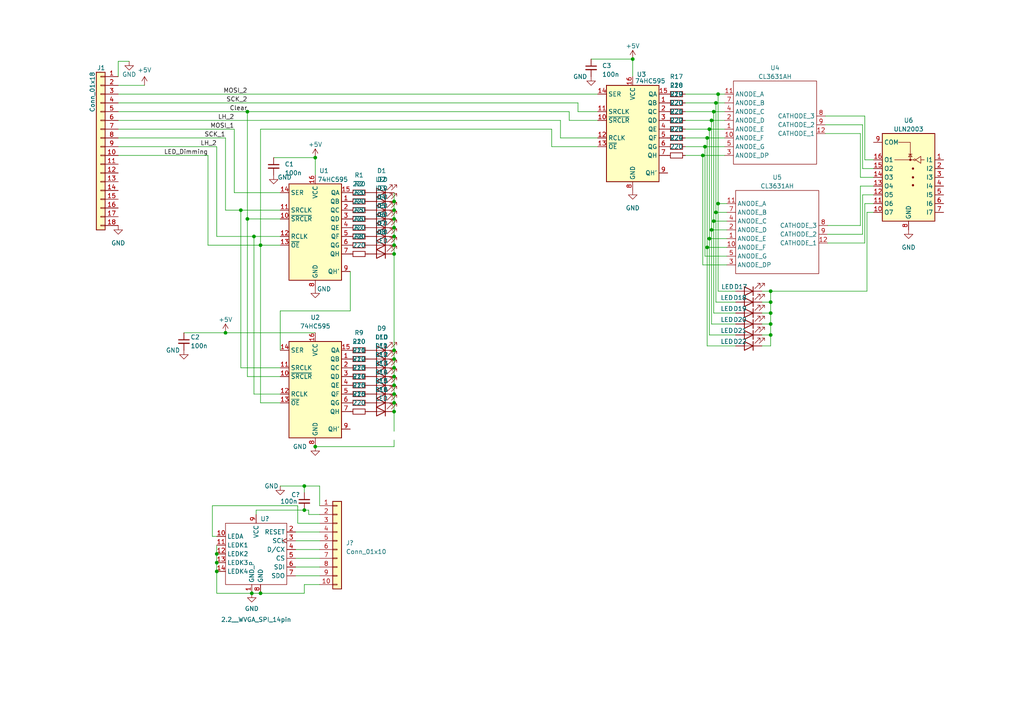
<source format=kicad_sch>
(kicad_sch (version 20210406) (generator eeschema)
  (paper "A4")
  (lib_symbols
    (symbol "74xx:74HC595"
      (property "Reference" "U" (at -7.62 13.97 0))
      (property "Value" "74HC595" (at -7.62 -16.51 0))
      (symbol "74HC595_1_0"
        (pin tri_state line (at 10.16 7.62 180) (length 2.54) (name "QB") (number "1"))
        (pin input line (at -10.16 2.54 0) (length 2.54) (name "~SRCLR") (number "10"))
        (pin input line (at -10.16 5.08 0) (length 2.54) (name "SRCLK") (number "11"))
        (pin input line (at -10.16 -2.54 0) (length 2.54) (name "RCLK") (number "12"))
        (pin input line (at -10.16 -5.08 0) (length 2.54) (name "~OE") (number "13"))
        (pin input line (at -10.16 10.16 0) (length 2.54) (name "SER") (number "14"))
        (pin tri_state line (at 10.16 10.16 180) (length 2.54) (name "QA") (number "15"))
        (pin power_in line (at 0 15.24 270) (length 2.54) (name "VCC") (number "16"))
        (pin tri_state line (at 10.16 5.08 180) (length 2.54) (name "QC") (number "2"))
        (pin tri_state line (at 10.16 2.54 180) (length 2.54) (name "QD") (number "3"))
        (pin tri_state line (at 10.16 0 180) (length 2.54) (name "QE") (number "4"))
        (pin tri_state line (at 10.16 -2.54 180) (length 2.54) (name "QF") (number "5"))
        (pin tri_state line (at 10.16 -5.08 180) (length 2.54) (name "QG") (number "6"))
        (pin tri_state line (at 10.16 -7.62 180) (length 2.54) (name "QH") (number "7"))
        (pin power_in line (at 0 -17.78 90) (length 2.54) (name "GND") (number "8"))
        (pin output line (at 10.16 -12.7 180) (length 2.54) (name "QH'") (number "9"))
      )
      (symbol "74HC595_1_1"
        (rectangle (start -7.62 12.7) (end 7.62 -15.24) (stroke (width 0.254)) (fill (type background)))
      )
    )
    (symbol "Connector_Generic:Conn_01x10" (pin_names (offset 1.016) hide)
      (property "Reference" "J" (at 0 12.7 0))
      (property "Value" "Conn_01x10" (at 0 -15.24 0))
      (symbol "Conn_01x10_1_1"
        (rectangle (start -1.27 -12.573) (end 0 -12.827) (stroke (width 0.1524)))
        (rectangle (start -1.27 -10.033) (end 0 -10.287) (stroke (width 0.1524)))
        (rectangle (start -1.27 -7.493) (end 0 -7.747) (stroke (width 0.1524)))
        (rectangle (start -1.27 -4.953) (end 0 -5.207) (stroke (width 0.1524)))
        (rectangle (start -1.27 -2.413) (end 0 -2.667) (stroke (width 0.1524)))
        (rectangle (start -1.27 0.127) (end 0 -0.127) (stroke (width 0.1524)))
        (rectangle (start -1.27 2.667) (end 0 2.413) (stroke (width 0.1524)))
        (rectangle (start -1.27 5.207) (end 0 4.953) (stroke (width 0.1524)))
        (rectangle (start -1.27 7.747) (end 0 7.493) (stroke (width 0.1524)))
        (rectangle (start -1.27 10.287) (end 0 10.033) (stroke (width 0.1524)))
        (rectangle (start -1.27 11.43) (end 1.27 -13.97) (stroke (width 0.254)) (fill (type background)))
        (pin passive line (at -5.08 10.16 0) (length 3.81) (name "Pin_1") (number "1"))
        (pin passive line (at -5.08 -12.7 0) (length 3.81) (name "Pin_10") (number "10"))
        (pin passive line (at -5.08 7.62 0) (length 3.81) (name "Pin_2") (number "2"))
        (pin passive line (at -5.08 5.08 0) (length 3.81) (name "Pin_3") (number "3"))
        (pin passive line (at -5.08 2.54 0) (length 3.81) (name "Pin_4") (number "4"))
        (pin passive line (at -5.08 0 0) (length 3.81) (name "Pin_5") (number "5"))
        (pin passive line (at -5.08 -2.54 0) (length 3.81) (name "Pin_6") (number "6"))
        (pin passive line (at -5.08 -5.08 0) (length 3.81) (name "Pin_7") (number "7"))
        (pin passive line (at -5.08 -7.62 0) (length 3.81) (name "Pin_8") (number "8"))
        (pin passive line (at -5.08 -10.16 0) (length 3.81) (name "Pin_9") (number "9"))
      )
    )
    (symbol "Connector_Generic:Conn_01x18" (pin_names (offset 1.016) hide)
      (property "Reference" "J" (at 0 22.86 0))
      (property "Value" "Conn_01x18" (at 0 -25.4 0))
      (symbol "Conn_01x18_1_1"
        (rectangle (start -1.27 -22.733) (end 0 -22.987) (stroke (width 0.1524)))
        (rectangle (start -1.27 -20.193) (end 0 -20.447) (stroke (width 0.1524)))
        (rectangle (start -1.27 -17.653) (end 0 -17.907) (stroke (width 0.1524)))
        (rectangle (start -1.27 -15.113) (end 0 -15.367) (stroke (width 0.1524)))
        (rectangle (start -1.27 -12.573) (end 0 -12.827) (stroke (width 0.1524)))
        (rectangle (start -1.27 -10.033) (end 0 -10.287) (stroke (width 0.1524)))
        (rectangle (start -1.27 -7.493) (end 0 -7.747) (stroke (width 0.1524)))
        (rectangle (start -1.27 -4.953) (end 0 -5.207) (stroke (width 0.1524)))
        (rectangle (start -1.27 -2.413) (end 0 -2.667) (stroke (width 0.1524)))
        (rectangle (start -1.27 0.127) (end 0 -0.127) (stroke (width 0.1524)))
        (rectangle (start -1.27 2.667) (end 0 2.413) (stroke (width 0.1524)))
        (rectangle (start -1.27 5.207) (end 0 4.953) (stroke (width 0.1524)))
        (rectangle (start -1.27 7.747) (end 0 7.493) (stroke (width 0.1524)))
        (rectangle (start -1.27 10.287) (end 0 10.033) (stroke (width 0.1524)))
        (rectangle (start -1.27 12.827) (end 0 12.573) (stroke (width 0.1524)))
        (rectangle (start -1.27 15.367) (end 0 15.113) (stroke (width 0.1524)))
        (rectangle (start -1.27 17.907) (end 0 17.653) (stroke (width 0.1524)))
        (rectangle (start -1.27 20.447) (end 0 20.193) (stroke (width 0.1524)))
        (rectangle (start -1.27 21.59) (end 1.27 -24.13) (stroke (width 0.254)) (fill (type background)))
        (pin passive line (at -5.08 20.32 0) (length 3.81) (name "Pin_1") (number "1"))
        (pin passive line (at -5.08 -2.54 0) (length 3.81) (name "Pin_10") (number "10"))
        (pin passive line (at -5.08 -5.08 0) (length 3.81) (name "Pin_11") (number "11"))
        (pin passive line (at -5.08 -7.62 0) (length 3.81) (name "Pin_12") (number "12"))
        (pin passive line (at -5.08 -10.16 0) (length 3.81) (name "Pin_13") (number "13"))
        (pin passive line (at -5.08 -12.7 0) (length 3.81) (name "Pin_14") (number "14"))
        (pin passive line (at -5.08 -15.24 0) (length 3.81) (name "Pin_15") (number "15"))
        (pin passive line (at -5.08 -17.78 0) (length 3.81) (name "Pin_16") (number "16"))
        (pin passive line (at -5.08 -20.32 0) (length 3.81) (name "Pin_17") (number "17"))
        (pin passive line (at -5.08 -22.86 0) (length 3.81) (name "Pin_18") (number "18"))
        (pin passive line (at -5.08 17.78 0) (length 3.81) (name "Pin_2") (number "2"))
        (pin passive line (at -5.08 15.24 0) (length 3.81) (name "Pin_3") (number "3"))
        (pin passive line (at -5.08 12.7 0) (length 3.81) (name "Pin_4") (number "4"))
        (pin passive line (at -5.08 10.16 0) (length 3.81) (name "Pin_5") (number "5"))
        (pin passive line (at -5.08 7.62 0) (length 3.81) (name "Pin_6") (number "6"))
        (pin passive line (at -5.08 5.08 0) (length 3.81) (name "Pin_7") (number "7"))
        (pin passive line (at -5.08 2.54 0) (length 3.81) (name "Pin_8") (number "8"))
        (pin passive line (at -5.08 0 0) (length 3.81) (name "Pin_9") (number "9"))
      )
    )
    (symbol "Device:C_Small" (pin_numbers hide) (pin_names (offset 0.254) hide)
      (property "Reference" "C" (at 0.254 1.778 0))
      (property "Value" "C_Small" (at 0.254 -2.032 0))
      (symbol "C_Small_0_1"
        (polyline (pts (xy -1.524 -0.508) (xy 1.524 -0.508)) (stroke (width 0.3302)))
        (polyline (pts (xy -1.524 0.508) (xy 1.524 0.508)) (stroke (width 0.3048)))
      )
      (symbol "C_Small_1_1"
        (pin passive line (at 0 2.54 270) (length 2.032) (name "~") (number "1"))
        (pin passive line (at 0 -2.54 90) (length 2.032) (name "~") (number "2"))
      )
    )
    (symbol "Device:LED" (pin_numbers hide) (pin_names (offset 1.016) hide)
      (property "Reference" "D" (at 0 2.54 0))
      (property "Value" "LED" (at 0 -2.54 0))
      (symbol "LED_0_1"
        (polyline (pts (xy -1.27 -1.27) (xy -1.27 1.27)) (stroke (width 0.254)))
        (polyline (pts (xy -1.27 0) (xy 1.27 0)))
        (polyline (pts (xy 1.27 -1.27) (xy 1.27 1.27) (xy -1.27 0) (xy 1.27 -1.27)) (stroke (width 0.254)))
        (polyline (pts (xy -3.048 -0.762) (xy -4.572 -2.286) (xy -3.81 -2.286) (xy -4.572 -2.286) (xy -4.572 -1.524)))
        (polyline (pts (xy -1.778 -0.762) (xy -3.302 -2.286) (xy -2.54 -2.286) (xy -3.302 -2.286) (xy -3.302 -1.524)))
      )
      (symbol "LED_1_1"
        (pin passive line (at -3.81 0 0) (length 2.54) (name "K") (number "1"))
        (pin passive line (at 3.81 0 180) (length 2.54) (name "A") (number "2"))
      )
    )
    (symbol "Device:R_Small" (pin_numbers hide) (pin_names (offset 0.254) hide)
      (property "Reference" "R" (at 0.762 0.508 0))
      (property "Value" "R_Small" (at 0.762 -1.016 0))
      (symbol "R_Small_0_1"
        (rectangle (start -0.762 1.778) (end 0.762 -1.778) (stroke (width 0.2032)))
      )
      (symbol "R_Small_1_1"
        (pin passive line (at 0 2.54 270) (length 0.762) (name "~") (number "1"))
        (pin passive line (at 0 -2.54 90) (length 0.762) (name "~") (number "2"))
      )
    )
    (symbol "LEDs:2.2__WVGA_SPI_14pin"
      (property "Reference" "U" (at 3.81 15.24 0))
      (property "Value" "2.2__WVGA_SPI_14pin" (at 12.7 12.7 0))
      (symbol "2.2__WVGA_SPI_14pin_0_1"
        (rectangle (start -8.89 8.89) (end 8.89 -8.89) (stroke (width 0.1524)))
      )
      (symbol "2.2__WVGA_SPI_14pin_1_1"
        (pin power_in line (at -1.27 -11.43 90) (length 2.54) (name "GND_P") (number "1"))
        (pin power_in line (at -11.43 5.08 0) (length 2.54) (name "LEDA") (number "10"))
        (pin power_in line (at -11.43 2.54 0) (length 2.54) (name "LEDK1") (number "11"))
        (pin power_in line (at -11.43 0 0) (length 2.54) (name "LEDK2") (number "12"))
        (pin power_in line (at -11.43 -2.54 0) (length 2.54) (name "LEDK3") (number "13"))
        (pin power_in line (at -11.43 -5.08 0) (length 2.54) (name "LEDK4") (number "14"))
        (pin input line (at 11.43 6.35 180) (length 2.54) (name "RESET") (number "2"))
        (pin input clock (at 11.43 3.81 180) (length 2.54) (name "SCL") (number "3"))
        (pin input line (at 11.43 1.27 180) (length 2.54) (name "D/CX") (number "4"))
        (pin input line (at 11.43 -1.27 180) (length 2.54) (name "CS") (number "5"))
        (pin input line (at 11.43 -3.81 180) (length 2.54) (name "SDI") (number "6"))
        (pin output line (at 11.43 -6.35 180) (length 2.54) (name "SDO") (number "7"))
        (pin power_in line (at 1.27 -11.43 90) (length 2.54) (name "GND") (number "8"))
        (pin power_in line (at 0 11.43 270) (length 2.54) (name "VCC") (number "9"))
      )
    )
    (symbol "LEDs:CL3631AH"
      (property "Reference" "U" (at 0 13.97 0))
      (property "Value" "CL3631AH" (at 0 16.002 0))
      (symbol "CL3631AH_0_1"
        (rectangle (start -12.7 12.7) (end 11.43 -11.43) (stroke (width 0.1524)))
      )
      (symbol "CL3631AH_1_1"
        (pin input line (at -15.24 -1.27 0) (length 2.54) (name "ANODE_E") (number "1"))
        (pin input line (at -15.24 -3.81 0) (length 2.54) (name "ANODE_F") (number "10"))
        (pin input line (at -15.24 8.89 0) (length 2.54) (name "ANODE_A") (number "11"))
        (pin input line (at 13.97 -2.54 180) (length 2.54) (name "CATHODE_1") (number "12"))
        (pin input line (at -15.24 1.27 0) (length 2.54) (name "ANODE_D") (number "2"))
        (pin input line (at -15.24 -8.89 0) (length 2.54) (name "ANODE_DP") (number "3"))
        (pin input line (at -15.24 3.81 0) (length 2.54) (name "ANODE_C") (number "4"))
        (pin input line (at -15.24 -6.35 0) (length 2.54) (name "ANODE_G") (number "5"))
        (pin input line (at -15.24 6.35 0) (length 2.54) (name "ANODE_B") (number "7"))
        (pin input line (at 13.97 2.54 180) (length 2.54) (name "CATHODE_3") (number "8"))
        (pin input line (at 13.97 0 180) (length 2.54) (name "CATHODE_2") (number "9"))
      )
    )
    (symbol "LEDs:CL3631AH_1"
      (property "Reference" "U" (at 0 13.97 0))
      (property "Value" "CL3631AH" (at 0 16.002 0))
      (symbol "CL3631AH_1_0_1"
        (rectangle (start -12.7 12.7) (end 11.43 -11.43) (stroke (width 0.1524)))
      )
      (symbol "CL3631AH_1_1_1"
        (pin input line (at -15.24 -1.27 0) (length 2.54) (name "ANODE_E") (number "1"))
        (pin input line (at -15.24 -3.81 0) (length 2.54) (name "ANODE_F") (number "10"))
        (pin input line (at -15.24 8.89 0) (length 2.54) (name "ANODE_A") (number "11"))
        (pin input line (at 13.97 -2.54 180) (length 2.54) (name "CATHODE_1") (number "12"))
        (pin input line (at -15.24 1.27 0) (length 2.54) (name "ANODE_D") (number "2"))
        (pin input line (at -15.24 -8.89 0) (length 2.54) (name "ANODE_DP") (number "3"))
        (pin input line (at -15.24 3.81 0) (length 2.54) (name "ANODE_C") (number "4"))
        (pin input line (at -15.24 -6.35 0) (length 2.54) (name "ANODE_G") (number "5"))
        (pin input line (at -15.24 6.35 0) (length 2.54) (name "ANODE_B") (number "7"))
        (pin input line (at 13.97 2.54 180) (length 2.54) (name "CATHODE_3") (number "8"))
        (pin input line (at 13.97 0 180) (length 2.54) (name "CATHODE_2") (number "9"))
      )
    )
    (symbol "Transistor_Array:ULN2003"
      (property "Reference" "U" (at 0 15.875 0))
      (property "Value" "ULN2003" (at 0 13.97 0))
      (symbol "ULN2003_0_1"
        (circle (center -1.778 5.08) (radius 0.254))
        (circle (center -1.27 -2.286) (radius 0.254) (fill (type outline)))
        (circle (center -1.27 0) (radius 0.254) (fill (type outline)))
        (circle (center -1.27 2.54) (radius 0.254) (fill (type outline)))
        (circle (center -0.508 5.08) (radius 0.254) (fill (type outline)))
        (rectangle (start -7.62 -12.7) (end 7.62 12.7) (stroke (width 0.254)) (fill (type background)))
        (polyline (pts (xy -4.572 5.08) (xy -3.556 5.08)))
        (polyline (pts (xy -1.524 5.08) (xy 4.064 5.08)))
        (polyline (pts (xy 0 6.731) (xy -1.016 6.731)))
        (polyline (pts (xy -0.508 5.08) (xy -0.508 10.16) (xy 2.921 10.16)))
        (polyline (pts (xy -3.556 6.096) (xy -3.556 4.064) (xy -2.032 5.08) (xy -3.556 6.096)))
        (polyline (pts (xy 0 5.969) (xy -1.016 5.969) (xy -0.508 6.731) (xy 0 5.969)))
      )
      (symbol "ULN2003_1_1"
        (pin input line (at -10.16 5.08 0) (length 2.54) (name "I1") (number "1"))
        (pin open_collector line (at 10.16 -10.16 180) (length 2.54) (name "O7") (number "10"))
        (pin open_collector line (at 10.16 -7.62 180) (length 2.54) (name "O6") (number "11"))
        (pin open_collector line (at 10.16 -5.08 180) (length 2.54) (name "O5") (number "12"))
        (pin open_collector line (at 10.16 -2.54 180) (length 2.54) (name "O4") (number "13"))
        (pin open_collector line (at 10.16 0 180) (length 2.54) (name "O3") (number "14"))
        (pin open_collector line (at 10.16 2.54 180) (length 2.54) (name "O2") (number "15"))
        (pin open_collector line (at 10.16 5.08 180) (length 2.54) (name "O1") (number "16"))
        (pin input line (at -10.16 2.54 0) (length 2.54) (name "I2") (number "2"))
        (pin input line (at -10.16 0 0) (length 2.54) (name "I3") (number "3"))
        (pin input line (at -10.16 -2.54 0) (length 2.54) (name "I4") (number "4"))
        (pin input line (at -10.16 -5.08 0) (length 2.54) (name "I5") (number "5"))
        (pin input line (at -10.16 -7.62 0) (length 2.54) (name "I6") (number "6"))
        (pin input line (at -10.16 -10.16 0) (length 2.54) (name "I7") (number "7"))
        (pin power_in line (at 0 -15.24 90) (length 2.54) (name "GND") (number "8"))
        (pin passive line (at 10.16 10.16 180) (length 2.54) (name "COM") (number "9"))
      )
    )
    (symbol "power:+5V" (power) (pin_names (offset 0))
      (property "Value" "+5V" (at 0 3.556 0))
      (symbol "+5V_0_1"
        (polyline (pts (xy -0.762 1.27) (xy 0 2.54)))
        (polyline (pts (xy 0 0) (xy 0 2.54)))
        (polyline (pts (xy 0 2.54) (xy 0.762 1.27)))
      )
      (symbol "+5V_1_1"
        (pin power_in line (at 0 0 90) (length 0) hide (name "+5V") (number "1"))
      )
    )
    (symbol "power:GND" (power) (pin_names (offset 0))
      (property "Value" "GND" (at 0 -3.81 0))
      (symbol "GND_0_1"
        (polyline (pts (xy 0 0) (xy 0 -1.27) (xy 1.27 -1.27) (xy 0 -2.54) (xy -1.27 -1.27) (xy 0 -1.27)))
      )
      (symbol "GND_1_1"
        (pin power_in line (at 0 0 270) (length 0) hide (name "GND") (number "1"))
      )
    )
  )
  (junction (at 62.865 160.655) (diameter 0.9144))
  (junction (at 62.865 163.195) (diameter 0.9144))
  (junction (at 62.865 165.735) (diameter 0.9144))
  (junction (at 65.405 96.52) (diameter 0.9144))
  (junction (at 69.85 60.96) (diameter 0.9144))
  (junction (at 71.755 32.385) (diameter 0.9144))
  (junction (at 71.755 63.5) (diameter 0.9144))
  (junction (at 73.025 172.085) (diameter 0.9144))
  (junction (at 73.66 68.58) (diameter 0.9144))
  (junction (at 75.565 71.12) (diameter 0.9144))
  (junction (at 75.565 172.085) (diameter 0.9144))
  (junction (at 88.265 140.97) (diameter 0.9144))
  (junction (at 88.265 147.955) (diameter 0.9144))
  (junction (at 91.44 45.72) (diameter 0.9144))
  (junction (at 91.44 129.54) (diameter 0.9144))
  (junction (at 114.3 58.42) (diameter 0.9144))
  (junction (at 114.3 60.96) (diameter 0.9144))
  (junction (at 114.3 63.5) (diameter 0.9144))
  (junction (at 114.3 66.04) (diameter 0.9144))
  (junction (at 114.3 68.58) (diameter 0.9144))
  (junction (at 114.3 71.12) (diameter 0.9144))
  (junction (at 114.3 73.66) (diameter 0.9144))
  (junction (at 114.3 101.6) (diameter 0.9144))
  (junction (at 114.3 104.14) (diameter 0.9144))
  (junction (at 114.3 106.68) (diameter 0.9144))
  (junction (at 114.3 109.22) (diameter 0.9144))
  (junction (at 114.3 111.76) (diameter 0.9144))
  (junction (at 114.3 114.3) (diameter 0.9144))
  (junction (at 114.3 116.84) (diameter 0.9144))
  (junction (at 114.3 119.38) (diameter 0.9144))
  (junction (at 183.515 17.145) (diameter 0.9144))
  (junction (at 203.835 45.085) (diameter 0.9144))
  (junction (at 204.47 42.545) (diameter 0.9144))
  (junction (at 205.105 40.005) (diameter 0.9144))
  (junction (at 205.105 71.755) (diameter 0.9144))
  (junction (at 205.74 37.465) (diameter 0.9144))
  (junction (at 205.74 69.215) (diameter 0.9144))
  (junction (at 206.375 34.925) (diameter 0.9144))
  (junction (at 206.375 66.675) (diameter 0.9144))
  (junction (at 207.01 32.385) (diameter 0.9144))
  (junction (at 207.01 64.135) (diameter 0.9144))
  (junction (at 207.645 29.845) (diameter 0.9144))
  (junction (at 207.645 61.595) (diameter 0.9144))
  (junction (at 208.28 27.305) (diameter 0.9144))
  (junction (at 208.28 59.055) (diameter 0.9144))
  (junction (at 223.52 84.455) (diameter 0.9144))
  (junction (at 223.52 87.63) (diameter 0.9144))
  (junction (at 223.52 90.805) (diameter 0.9144))
  (junction (at 223.52 93.98) (diameter 0.9144))
  (junction (at 223.52 97.155) (diameter 0.9144))
  (wire (pts (xy 34.29 17.78) (xy 34.29 22.225)))
  (wire (pts (xy 34.29 24.765) (xy 41.91 24.765)))
  (wire (pts (xy 34.29 27.305) (xy 173.355 27.305)))
  (wire (pts (xy 34.29 29.845) (xy 167.64 29.845)))
  (wire (pts (xy 34.29 34.925) (xy 162.56 34.925)))
  (wire (pts (xy 37.465 17.78) (xy 34.29 17.78)))
  (wire (pts (xy 53.34 96.52) (xy 65.405 96.52)))
  (wire (pts (xy 60.325 45.085) (xy 34.29 45.085)))
  (wire (pts (xy 60.325 71.12) (xy 60.325 45.085)))
  (wire (pts (xy 61.595 146.685) (xy 86.36 146.685)))
  (wire (pts (xy 61.595 155.575) (xy 61.595 146.685)))
  (wire (pts (xy 62.865 42.545) (xy 34.29 42.545)))
  (wire (pts (xy 62.865 42.545) (xy 62.865 68.58)))
  (wire (pts (xy 62.865 68.58) (xy 73.66 68.58)))
  (wire (pts (xy 62.865 155.575) (xy 61.595 155.575)))
  (wire (pts (xy 62.865 158.115) (xy 62.865 160.655)))
  (wire (pts (xy 62.865 160.655) (xy 62.865 163.195)))
  (wire (pts (xy 62.865 163.195) (xy 62.865 165.735)))
  (wire (pts (xy 62.865 165.735) (xy 62.865 172.085)))
  (wire (pts (xy 62.865 172.085) (xy 73.025 172.085)))
  (wire (pts (xy 65.405 40.005) (xy 34.29 40.005)))
  (wire (pts (xy 65.405 60.96) (xy 65.405 40.005)))
  (wire (pts (xy 65.405 96.52) (xy 91.44 96.52)))
  (wire (pts (xy 67.945 37.465) (xy 34.29 37.465)))
  (wire (pts (xy 67.945 55.88) (xy 67.945 37.465)))
  (wire (pts (xy 69.85 60.96) (xy 65.405 60.96)))
  (wire (pts (xy 69.85 60.96) (xy 81.28 60.96)))
  (wire (pts (xy 69.85 106.68) (xy 69.85 60.96)))
  (wire (pts (xy 71.755 32.385) (xy 34.29 32.385)))
  (wire (pts (xy 71.755 32.385) (xy 71.755 63.5)))
  (wire (pts (xy 71.755 32.385) (xy 165.1 32.385)))
  (wire (pts (xy 71.755 63.5) (xy 81.28 63.5)))
  (wire (pts (xy 71.755 109.22) (xy 71.755 63.5)))
  (wire (pts (xy 73.025 172.085) (xy 75.565 172.085)))
  (wire (pts (xy 73.66 68.58) (xy 81.28 68.58)))
  (wire (pts (xy 73.66 114.3) (xy 73.66 68.58)))
  (wire (pts (xy 74.295 147.955) (xy 88.265 147.955)))
  (wire (pts (xy 74.295 149.225) (xy 74.295 147.955)))
  (wire (pts (xy 75.565 37.465) (xy 75.565 71.12)))
  (wire (pts (xy 75.565 37.465) (xy 160.02 37.465)))
  (wire (pts (xy 75.565 71.12) (xy 60.325 71.12)))
  (wire (pts (xy 75.565 71.12) (xy 75.565 116.84)))
  (wire (pts (xy 75.565 116.84) (xy 81.28 116.84)))
  (wire (pts (xy 75.565 172.085) (xy 88.265 172.085)))
  (wire (pts (xy 79.375 45.72) (xy 91.44 45.72)))
  (wire (pts (xy 81.28 55.88) (xy 67.945 55.88)))
  (wire (pts (xy 81.28 71.12) (xy 75.565 71.12)))
  (wire (pts (xy 81.28 90.17) (xy 101.6 90.17)))
  (wire (pts (xy 81.28 101.6) (xy 81.28 90.17)))
  (wire (pts (xy 81.28 106.68) (xy 69.85 106.68)))
  (wire (pts (xy 81.28 109.22) (xy 71.755 109.22)))
  (wire (pts (xy 81.28 114.3) (xy 73.66 114.3)))
  (wire (pts (xy 85.725 154.305) (xy 92.71 154.305)))
  (wire (pts (xy 85.725 156.845) (xy 92.71 156.845)))
  (wire (pts (xy 85.725 159.385) (xy 92.71 159.385)))
  (wire (pts (xy 85.725 161.925) (xy 92.71 161.925)))
  (wire (pts (xy 85.725 164.465) (xy 92.71 164.465)))
  (wire (pts (xy 85.725 167.005) (xy 92.71 167.005)))
  (wire (pts (xy 86.36 146.685) (xy 86.36 151.765)))
  (wire (pts (xy 86.36 151.765) (xy 92.71 151.765)))
  (wire (pts (xy 88.265 140.97) (xy 81.28 140.97)))
  (wire (pts (xy 88.265 140.97) (xy 88.265 142.875)))
  (wire (pts (xy 88.265 147.955) (xy 89.535 147.955)))
  (wire (pts (xy 88.265 169.545) (xy 92.71 169.545)))
  (wire (pts (xy 88.265 172.085) (xy 88.265 169.545)))
  (wire (pts (xy 89.535 147.955) (xy 89.535 149.225)))
  (wire (pts (xy 89.535 149.225) (xy 92.71 149.225)))
  (wire (pts (xy 91.44 45.72) (xy 91.44 50.8)))
  (wire (pts (xy 92.71 140.97) (xy 88.265 140.97)))
  (wire (pts (xy 92.71 146.685) (xy 92.71 140.97)))
  (wire (pts (xy 101.6 90.17) (xy 101.6 78.74)))
  (wire (pts (xy 114.3 55.88) (xy 114.3 58.42)))
  (wire (pts (xy 114.3 58.42) (xy 114.3 60.96)))
  (wire (pts (xy 114.3 60.96) (xy 114.3 63.5)))
  (wire (pts (xy 114.3 63.5) (xy 114.3 66.04)))
  (wire (pts (xy 114.3 66.04) (xy 114.3 68.58)))
  (wire (pts (xy 114.3 68.58) (xy 114.3 71.12)))
  (wire (pts (xy 114.3 71.12) (xy 114.3 73.66)))
  (wire (pts (xy 114.3 73.66) (xy 114.3 101.6)))
  (wire (pts (xy 114.3 104.14) (xy 114.3 101.6)))
  (wire (pts (xy 114.3 106.68) (xy 114.3 104.14)))
  (wire (pts (xy 114.3 109.22) (xy 114.3 106.68)))
  (wire (pts (xy 114.3 111.76) (xy 114.3 109.22)))
  (wire (pts (xy 114.3 114.3) (xy 114.3 111.76)))
  (wire (pts (xy 114.3 116.84) (xy 114.3 114.3)))
  (wire (pts (xy 114.3 119.38) (xy 114.3 116.84)))
  (wire (pts (xy 114.3 119.38) (xy 114.3 125.095)))
  (wire (pts (xy 114.3 127.635) (xy 114.3 129.54)))
  (wire (pts (xy 114.3 129.54) (xy 91.44 129.54)))
  (wire (pts (xy 160.02 42.545) (xy 160.02 37.465)))
  (wire (pts (xy 160.02 42.545) (xy 173.355 42.545)))
  (wire (pts (xy 162.56 40.005) (xy 162.56 34.925)))
  (wire (pts (xy 162.56 40.005) (xy 173.355 40.005)))
  (wire (pts (xy 165.1 34.925) (xy 165.1 32.385)))
  (wire (pts (xy 165.1 34.925) (xy 173.355 34.925)))
  (wire (pts (xy 167.64 29.845) (xy 167.64 32.385)))
  (wire (pts (xy 167.64 32.385) (xy 173.355 32.385)))
  (wire (pts (xy 171.45 17.145) (xy 183.515 17.145)))
  (wire (pts (xy 183.515 17.145) (xy 183.515 22.225)))
  (wire (pts (xy 198.755 27.305) (xy 208.28 27.305)))
  (wire (pts (xy 198.755 29.845) (xy 207.645 29.845)))
  (wire (pts (xy 198.755 32.385) (xy 207.01 32.385)))
  (wire (pts (xy 198.755 34.925) (xy 206.375 34.925)))
  (wire (pts (xy 198.755 37.465) (xy 205.74 37.465)))
  (wire (pts (xy 198.755 40.005) (xy 205.105 40.005)))
  (wire (pts (xy 198.755 42.545) (xy 204.47 42.545)))
  (wire (pts (xy 198.755 45.085) (xy 203.835 45.085)))
  (wire (pts (xy 203.835 45.085) (xy 210.185 45.085)))
  (wire (pts (xy 203.835 76.835) (xy 203.835 45.085)))
  (wire (pts (xy 204.47 42.545) (xy 210.185 42.545)))
  (wire (pts (xy 204.47 74.295) (xy 204.47 42.545)))
  (wire (pts (xy 205.105 40.005) (xy 210.185 40.005)))
  (wire (pts (xy 205.105 71.755) (xy 205.105 40.005)))
  (wire (pts (xy 205.105 100.33) (xy 205.105 71.755)))
  (wire (pts (xy 205.74 37.465) (xy 210.185 37.465)))
  (wire (pts (xy 205.74 69.215) (xy 205.74 37.465)))
  (wire (pts (xy 205.74 97.155) (xy 205.74 69.215)))
  (wire (pts (xy 206.375 34.925) (xy 210.185 34.925)))
  (wire (pts (xy 206.375 66.675) (xy 206.375 34.925)))
  (wire (pts (xy 206.375 93.98) (xy 206.375 66.675)))
  (wire (pts (xy 207.01 32.385) (xy 210.185 32.385)))
  (wire (pts (xy 207.01 64.135) (xy 207.01 32.385)))
  (wire (pts (xy 207.01 64.135) (xy 207.01 90.805)))
  (wire (pts (xy 207.01 90.805) (xy 213.36 90.805)))
  (wire (pts (xy 207.645 29.845) (xy 210.185 29.845)))
  (wire (pts (xy 207.645 61.595) (xy 207.645 29.845)))
  (wire (pts (xy 207.645 87.63) (xy 207.645 61.595)))
  (wire (pts (xy 208.28 27.305) (xy 208.28 59.055)))
  (wire (pts (xy 208.28 27.305) (xy 210.185 27.305)))
  (wire (pts (xy 208.28 59.055) (xy 208.28 84.455)))
  (wire (pts (xy 208.28 59.055) (xy 210.82 59.055)))
  (wire (pts (xy 208.28 84.455) (xy 213.36 84.455)))
  (wire (pts (xy 210.82 61.595) (xy 207.645 61.595)))
  (wire (pts (xy 210.82 64.135) (xy 207.01 64.135)))
  (wire (pts (xy 210.82 66.675) (xy 206.375 66.675)))
  (wire (pts (xy 210.82 69.215) (xy 205.74 69.215)))
  (wire (pts (xy 210.82 71.755) (xy 205.105 71.755)))
  (wire (pts (xy 210.82 74.295) (xy 204.47 74.295)))
  (wire (pts (xy 210.82 76.835) (xy 203.835 76.835)))
  (wire (pts (xy 213.36 87.63) (xy 207.645 87.63)))
  (wire (pts (xy 213.36 93.98) (xy 206.375 93.98)))
  (wire (pts (xy 213.36 97.155) (xy 205.74 97.155)))
  (wire (pts (xy 213.36 100.33) (xy 205.105 100.33)))
  (wire (pts (xy 220.98 84.455) (xy 223.52 84.455)))
  (wire (pts (xy 223.52 84.455) (xy 223.52 87.63)))
  (wire (pts (xy 223.52 84.455) (xy 251.46 84.455)))
  (wire (pts (xy 223.52 87.63) (xy 220.98 87.63)))
  (wire (pts (xy 223.52 87.63) (xy 223.52 90.805)))
  (wire (pts (xy 223.52 90.805) (xy 220.98 90.805)))
  (wire (pts (xy 223.52 90.805) (xy 223.52 93.98)))
  (wire (pts (xy 223.52 93.98) (xy 220.98 93.98)))
  (wire (pts (xy 223.52 93.98) (xy 223.52 97.155)))
  (wire (pts (xy 223.52 97.155) (xy 220.98 97.155)))
  (wire (pts (xy 223.52 97.155) (xy 223.52 100.33)))
  (wire (pts (xy 223.52 100.33) (xy 220.98 100.33)))
  (wire (pts (xy 239.395 33.655) (xy 250.825 33.655)))
  (wire (pts (xy 239.395 38.735) (xy 249.555 38.735)))
  (wire (pts (xy 240.03 65.405) (xy 249.555 65.405)))
  (wire (pts (xy 240.03 70.485) (xy 250.825 70.485)))
  (wire (pts (xy 249.555 38.735) (xy 249.555 51.435)))
  (wire (pts (xy 249.555 51.435) (xy 253.365 51.435)))
  (wire (pts (xy 249.555 53.975) (xy 253.365 53.975)))
  (wire (pts (xy 249.555 65.405) (xy 249.555 53.975)))
  (wire (pts (xy 250.19 36.195) (xy 239.395 36.195)))
  (wire (pts (xy 250.19 48.895) (xy 250.19 36.195)))
  (wire (pts (xy 250.19 48.895) (xy 253.365 48.895)))
  (wire (pts (xy 250.19 56.515) (xy 250.19 67.945)))
  (wire (pts (xy 250.19 56.515) (xy 253.365 56.515)))
  (wire (pts (xy 250.19 67.945) (xy 240.03 67.945)))
  (wire (pts (xy 250.825 33.655) (xy 250.825 46.355)))
  (wire (pts (xy 250.825 46.355) (xy 253.365 46.355)))
  (wire (pts (xy 250.825 59.055) (xy 253.365 59.055)))
  (wire (pts (xy 250.825 70.485) (xy 250.825 59.055)))
  (wire (pts (xy 251.46 61.595) (xy 253.365 61.595)))
  (wire (pts (xy 251.46 84.455) (xy 251.46 61.595)))
  (label "LED_Dimming" (at 60.325 45.085 180))
  (label "LH_2" (at 62.865 42.545 180))
  (label "SCK_1" (at 65.405 40.005 180))
  (label "LH_2" (at 67.945 34.925 180))
  (label "MOSI_1" (at 67.945 37.465 180))
  (label "MOSI_2" (at 71.755 27.305 180))
  (label "SCK_2" (at 71.755 29.845 180))
  (label "Clear" (at 71.755 32.385 180))
  (symbol (lib_id "power:+5V") (at 41.91 24.765 0) (unit 1)
    (property "Reference" "#PWR03" (effects hide))
    (property "Value" "+5V" (at 41.91 20.32 0))
  )
  (symbol (lib_id "power:+5V") (at 65.405 96.52 0) (unit 1)
    (property "Reference" "#PWR05" (effects hide))
    (property "Value" "+5V" (at 65.405 92.71 0))
  )
  (symbol (lib_id "power:+5V") (at 91.44 45.72 0) (unit 1)
    (property "Reference" "#PWR07" (effects hide))
    (property "Value" "+5V" (at 91.44 41.91 0))
  )
  (symbol (lib_id "power:+5V") (at 183.515 17.145 0) (unit 1)
    (property "Reference" "#PWR011" (effects hide))
    (property "Value" "+5V" (at 183.515 13.335 0))
  )
  (symbol (lib_id "power:GND") (at 34.29 65.405 0) (unit 1)
    (property "Reference" "#PWR01" (effects hide))
    (property "Value" "GND" (at 34.29 70.485 0))
  )
  (symbol (lib_id "power:GND") (at 37.465 17.78 0) (unit 1)
    (property "Reference" "#PWR02" (effects hide))
    (property "Value" "GND" (at 37.465 21.59 0))
  )
  (symbol (lib_id "power:GND") (at 53.34 101.6 0) (unit 1)
    (property "Reference" "#PWR04" (effects hide))
    (property "Value" "GND" (at 50.165 101.6 0))
  )
  (symbol (lib_id "power:GND") (at 73.025 172.085 0) (unit 1)
    (property "Reference" "#PWR?" (effects hide))
    (property "Value" "GND" (at 73.025 176.53 0))
  )
  (symbol (lib_id "power:GND") (at 79.375 50.8 0) (unit 1)
    (property "Reference" "#PWR06" (effects hide))
    (property "Value" "GND" (at 82.55 51.435 0))
  )
  (symbol (lib_id "power:GND") (at 81.28 140.97 0) (unit 1)
    (property "Reference" "#PWR?" (effects hide))
    (property "Value" "GND" (at 78.74 140.97 0))
  )
  (symbol (lib_id "power:GND") (at 91.44 83.82 0) (unit 1)
    (property "Reference" "#PWR08" (effects hide))
    (property "Value" "GND" (at 93.98 83.82 0))
  )
  (symbol (lib_id "power:GND") (at 91.44 129.54 0) (unit 1)
    (property "Reference" "#PWR09" (effects hide))
    (property "Value" "GND" (at 86.995 129.54 0))
  )
  (symbol (lib_id "power:GND") (at 171.45 22.225 0) (unit 1)
    (property "Reference" "#PWR010" (effects hide))
    (property "Value" "GND" (at 168.275 22.225 0))
  )
  (symbol (lib_id "power:GND") (at 183.515 55.245 0) (unit 1)
    (property "Reference" "#PWR012" (effects hide))
    (property "Value" "GND" (at 183.515 60.325 0))
  )
  (symbol (lib_id "power:GND") (at 263.525 66.675 0) (unit 1)
    (property "Reference" "#PWR013" (effects hide))
    (property "Value" "GND" (at 263.525 71.755 0))
  )
  (symbol (lib_id "Device:R_Small") (at 104.14 55.88 90) (unit 1)
    (property "Reference" "R1" (at 104.14 50.8 90))
    (property "Value" "220" (at 104.14 53.34 90))
    (property "Footprint" "Resistor_SMD:R_0805_2012Metric" (effects hide))
  )
  (symbol (lib_id "Device:R_Small") (at 104.14 58.42 90) (unit 1)
    (property "Reference" "R2" (at 104.14 53.34 90))
    (property "Value" "220" (at 104.14 55.88 90))
    (property "Footprint" "Resistor_SMD:R_0805_2012Metric" (effects hide))
  )
  (symbol (lib_id "Device:R_Small") (at 104.14 60.96 90) (unit 1)
    (property "Reference" "R3" (at 104.14 55.88 90))
    (property "Value" "220" (at 104.14 58.42 90))
    (property "Footprint" "Resistor_SMD:R_0805_2012Metric" (effects hide))
  )
  (symbol (lib_id "Device:R_Small") (at 104.14 63.5 90) (unit 1)
    (property "Reference" "R4" (at 104.14 58.42 90))
    (property "Value" "220" (at 104.14 60.96 90))
    (property "Footprint" "Resistor_SMD:R_0805_2012Metric" (effects hide))
  )
  (symbol (lib_id "Device:R_Small") (at 104.14 66.04 90) (unit 1)
    (property "Reference" "R5" (at 104.14 60.96 90))
    (property "Value" "220" (at 104.14 63.5 90))
    (property "Footprint" "Resistor_SMD:R_0805_2012Metric" (effects hide))
  )
  (symbol (lib_id "Device:R_Small") (at 104.14 68.58 90) (unit 1)
    (property "Reference" "R6" (at 104.14 63.5 90))
    (property "Value" "220" (at 104.14 66.04 90))
    (property "Footprint" "Resistor_SMD:R_0805_2012Metric" (effects hide))
  )
  (symbol (lib_id "Device:R_Small") (at 104.14 71.12 90) (unit 1)
    (property "Reference" "R7" (at 104.14 66.04 90))
    (property "Value" "220" (at 104.14 68.58 90))
    (property "Footprint" "Resistor_SMD:R_0805_2012Metric" (effects hide))
  )
  (symbol (lib_id "Device:R_Small") (at 104.14 73.66 90) (unit 1)
    (property "Reference" "R8" (at 104.14 68.58 90))
    (property "Value" "220" (at 104.14 71.12 90))
    (property "Footprint" "Resistor_SMD:R_0805_2012Metric" (effects hide))
  )
  (symbol (lib_id "Device:R_Small") (at 104.14 101.6 90) (unit 1)
    (property "Reference" "R9" (at 104.14 96.52 90))
    (property "Value" "220" (at 104.14 99.06 90))
    (property "Footprint" "Resistor_SMD:R_0805_2012Metric" (effects hide))
  )
  (symbol (lib_id "Device:R_Small") (at 104.14 104.14 90) (unit 1)
    (property "Reference" "R10" (at 104.14 99.06 90))
    (property "Value" "220" (at 104.14 101.6 90))
    (property "Footprint" "Resistor_SMD:R_0805_2012Metric" (effects hide))
  )
  (symbol (lib_id "Device:R_Small") (at 104.14 106.68 90) (unit 1)
    (property "Reference" "R11" (at 104.14 101.6 90))
    (property "Value" "220" (at 104.14 104.14 90))
    (property "Footprint" "Resistor_SMD:R_0805_2012Metric" (effects hide))
  )
  (symbol (lib_id "Device:R_Small") (at 104.14 109.22 90) (unit 1)
    (property "Reference" "R12" (at 104.14 104.14 90))
    (property "Value" "220" (at 104.14 106.68 90))
    (property "Footprint" "Resistor_SMD:R_0805_2012Metric" (effects hide))
  )
  (symbol (lib_id "Device:R_Small") (at 104.14 111.76 90) (unit 1)
    (property "Reference" "R13" (at 104.14 106.68 90))
    (property "Value" "220" (at 104.14 109.22 90))
    (property "Footprint" "Resistor_SMD:R_0805_2012Metric" (effects hide))
  )
  (symbol (lib_id "Device:R_Small") (at 104.14 114.3 90) (unit 1)
    (property "Reference" "R14" (at 104.14 109.22 90))
    (property "Value" "220" (at 104.14 111.76 90))
    (property "Footprint" "Resistor_SMD:R_0805_2012Metric" (effects hide))
  )
  (symbol (lib_id "Device:R_Small") (at 104.14 116.84 90) (unit 1)
    (property "Reference" "R15" (at 104.14 111.76 90))
    (property "Value" "220" (at 104.14 114.3 90))
    (property "Footprint" "Resistor_SMD:R_0805_2012Metric" (effects hide))
  )
  (symbol (lib_id "Device:R_Small") (at 104.14 119.38 90) (unit 1)
    (property "Reference" "R16" (at 104.14 114.3 90))
    (property "Value" "220" (at 104.14 116.84 90))
    (property "Footprint" "Resistor_SMD:R_0805_2012Metric" (effects hide))
  )
  (symbol (lib_id "Device:R_Small") (at 196.215 27.305 90) (unit 1)
    (property "Reference" "R17" (at 196.215 22.225 90))
    (property "Value" "220" (at 196.215 24.765 90))
    (property "Footprint" "Resistor_SMD:R_0805_2012Metric" (effects hide))
  )
  (symbol (lib_id "Device:R_Small") (at 196.215 29.845 90) (unit 1)
    (property "Reference" "R18" (at 196.215 24.765 90))
    (property "Value" "220" (at 196.215 27.305 90))
    (property "Footprint" "Resistor_SMD:R_0805_2012Metric" (effects hide))
  )
  (symbol (lib_id "Device:R_Small") (at 196.215 32.385 90) (unit 1)
    (property "Reference" "R19" (at 196.215 27.305 90))
    (property "Value" "220" (at 196.215 29.845 90))
    (property "Footprint" "Resistor_SMD:R_0805_2012Metric" (effects hide))
  )
  (symbol (lib_id "Device:R_Small") (at 196.215 34.925 90) (unit 1)
    (property "Reference" "R20" (at 196.215 29.845 90))
    (property "Value" "220" (at 196.215 32.385 90))
    (property "Footprint" "Resistor_SMD:R_0805_2012Metric" (effects hide))
  )
  (symbol (lib_id "Device:R_Small") (at 196.215 37.465 90) (unit 1)
    (property "Reference" "R21" (at 196.215 32.385 90))
    (property "Value" "220" (at 196.215 34.925 90))
    (property "Footprint" "Resistor_SMD:R_0805_2012Metric" (effects hide))
  )
  (symbol (lib_id "Device:R_Small") (at 196.215 40.005 90) (unit 1)
    (property "Reference" "R22" (at 196.215 34.925 90))
    (property "Value" "220" (at 196.215 37.465 90))
    (property "Footprint" "Resistor_SMD:R_0805_2012Metric" (effects hide))
  )
  (symbol (lib_id "Device:R_Small") (at 196.215 42.545 90) (unit 1)
    (property "Reference" "R23" (at 196.215 37.465 90))
    (property "Value" "220" (at 196.215 40.005 90))
    (property "Footprint" "Resistor_SMD:R_0805_2012Metric" (effects hide))
  )
  (symbol (lib_id "Device:R_Small") (at 196.215 45.085 90) (unit 1)
    (property "Reference" "R24" (at 196.215 40.005 90))
    (property "Value" "220" (at 196.215 42.545 90))
    (property "Footprint" "Resistor_SMD:R_0805_2012Metric" (effects hide))
  )
  (symbol (lib_id "Device:C_Small") (at 53.34 99.06 0) (unit 1)
    (property "Reference" "C2" (at 55.245 97.7899 0) (effects (justify left)))
    (property "Value" "100n" (at 55.245 100.3299 0) (effects (justify left)))
    (property "Footprint" "Capacitor_SMD:C_0805_2012Metric_Pad1.18x1.45mm_HandSolder" (effects hide))
  )
  (symbol (lib_id "Device:C_Small") (at 79.375 48.26 0) (unit 1)
    (property "Reference" "C1" (at 82.55 47.6249 0) (effects (justify left)))
    (property "Value" "100n" (at 82.55 50.1649 0) (effects (justify left)))
    (property "Footprint" "Capacitor_SMD:C_0805_2012Metric_Pad1.18x1.45mm_HandSolder" (effects hide))
  )
  (symbol (lib_id "Device:C_Small") (at 88.265 145.415 0) (unit 1)
    (property "Reference" "C?" (at 84.455 143.5099 0) (effects (justify left)))
    (property "Value" "100n" (at 81.28 145.4149 0) (effects (justify left)))
    (property "Footprint" "Capacitor_SMD:C_0805_2012Metric_Pad1.18x1.45mm_HandSolder" (effects hide))
  )
  (symbol (lib_id "Device:C_Small") (at 171.45 19.685 0) (unit 1)
    (property "Reference" "C3" (at 174.625 19.0499 0) (effects (justify left)))
    (property "Value" "100n" (at 174.625 21.5899 0) (effects (justify left)))
    (property "Footprint" "Capacitor_SMD:C_0805_2012Metric_Pad1.18x1.45mm_HandSolder" (effects hide))
  )
  (symbol (lib_id "Device:LED") (at 110.49 55.88 180) (unit 1)
    (property "Reference" "D1" (at 110.6805 49.53 0))
    (property "Value" "LED" (at 110.6805 52.07 0))
    (property "Footprint" "LED_THT:LED_Rectangular_W5.0mm_H2.0mm" (effects hide))
  )
  (symbol (lib_id "Device:LED") (at 110.49 58.42 180) (unit 1)
    (property "Reference" "D2" (at 110.6805 52.07 0))
    (property "Value" "LED" (at 110.6805 54.61 0))
    (property "Footprint" "LED_THT:LED_Rectangular_W5.0mm_H2.0mm" (effects hide))
  )
  (symbol (lib_id "Device:LED") (at 110.49 60.96 180) (unit 1)
    (property "Reference" "D3" (at 110.6805 54.61 0))
    (property "Value" "LED" (at 110.6805 57.15 0))
    (property "Footprint" "LED_THT:LED_Rectangular_W5.0mm_H2.0mm" (effects hide))
  )
  (symbol (lib_id "Device:LED") (at 110.49 63.5 180) (unit 1)
    (property "Reference" "D4" (at 110.6805 57.15 0))
    (property "Value" "LED" (at 110.6805 59.69 0))
    (property "Footprint" "LED_THT:LED_Rectangular_W5.0mm_H2.0mm" (effects hide))
  )
  (symbol (lib_id "Device:LED") (at 110.49 66.04 180) (unit 1)
    (property "Reference" "D5" (at 110.6805 59.69 0))
    (property "Value" "LED" (at 110.6805 62.23 0))
    (property "Footprint" "LED_THT:LED_Rectangular_W5.0mm_H2.0mm" (effects hide))
  )
  (symbol (lib_id "Device:LED") (at 110.49 68.58 180) (unit 1)
    (property "Reference" "D6" (at 110.6805 62.23 0))
    (property "Value" "LED" (at 110.6805 64.77 0))
    (property "Footprint" "LED_THT:LED_Rectangular_W5.0mm_H2.0mm" (effects hide))
  )
  (symbol (lib_id "Device:LED") (at 110.49 71.12 180) (unit 1)
    (property "Reference" "D7" (at 110.6805 64.77 0))
    (property "Value" "LED" (at 110.6805 67.31 0))
    (property "Footprint" "LED_THT:LED_Rectangular_W5.0mm_H2.0mm" (effects hide))
  )
  (symbol (lib_id "Device:LED") (at 110.49 73.66 180) (unit 1)
    (property "Reference" "D8" (at 110.6805 67.31 0))
    (property "Value" "LED" (at 110.6805 69.85 0))
    (property "Footprint" "LED_THT:LED_Rectangular_W5.0mm_H2.0mm" (effects hide))
  )
  (symbol (lib_id "Device:LED") (at 110.49 101.6 180) (unit 1)
    (property "Reference" "D9" (at 110.6805 95.25 0))
    (property "Value" "LED" (at 110.6805 97.79 0))
    (property "Footprint" "LED_THT:LED_Rectangular_W5.0mm_H2.0mm" (effects hide))
  )
  (symbol (lib_id "Device:LED") (at 110.49 104.14 180) (unit 1)
    (property "Reference" "D10" (at 110.6805 97.79 0))
    (property "Value" "LED" (at 110.6805 100.33 0))
    (property "Footprint" "LED_THT:LED_Rectangular_W5.0mm_H2.0mm" (effects hide))
  )
  (symbol (lib_id "Device:LED") (at 110.49 106.68 180) (unit 1)
    (property "Reference" "D11" (at 110.6805 100.33 0))
    (property "Value" "LED" (at 110.6805 102.87 0))
    (property "Footprint" "LED_THT:LED_Rectangular_W5.0mm_H2.0mm" (effects hide))
  )
  (symbol (lib_id "Device:LED") (at 110.49 109.22 180) (unit 1)
    (property "Reference" "D12" (at 110.6805 102.87 0))
    (property "Value" "LED" (at 110.6805 105.41 0))
    (property "Footprint" "LED_THT:LED_Rectangular_W5.0mm_H2.0mm" (effects hide))
  )
  (symbol (lib_id "Device:LED") (at 110.49 111.76 180) (unit 1)
    (property "Reference" "D13" (at 110.6805 105.41 0))
    (property "Value" "LED" (at 110.6805 107.95 0))
    (property "Footprint" "LED_THT:LED_Rectangular_W5.0mm_H2.0mm" (effects hide))
  )
  (symbol (lib_id "Device:LED") (at 110.49 114.3 180) (unit 1)
    (property "Reference" "D14" (at 110.6805 107.95 0))
    (property "Value" "LED" (at 110.6805 110.49 0))
    (property "Footprint" "LED_THT:LED_Rectangular_W5.0mm_H2.0mm" (effects hide))
  )
  (symbol (lib_id "Device:LED") (at 110.49 116.84 180) (unit 1)
    (property "Reference" "D15" (at 110.6805 110.49 0))
    (property "Value" "LED" (at 110.6805 113.03 0))
    (property "Footprint" "LED_THT:LED_Rectangular_W5.0mm_H2.0mm" (effects hide))
  )
  (symbol (lib_id "Device:LED") (at 110.49 119.38 180) (unit 1)
    (property "Reference" "D16" (at 110.6805 113.03 0))
    (property "Value" "LED" (at 110.6805 115.57 0))
    (property "Footprint" "LED_THT:LED_Rectangular_W5.0mm_H2.0mm" (effects hide))
  )
  (symbol (lib_id "Device:LED") (at 217.17 84.455 180) (unit 1)
    (property "Reference" "D17" (at 214.8205 83.185 0))
    (property "Value" "LED" (at 211.0105 83.185 0))
    (property "Footprint" "LED_THT:LED_Rectangular_W5.0mm_H2.0mm" (effects hide))
  )
  (symbol (lib_id "Device:LED") (at 217.17 87.63 180) (unit 1)
    (property "Reference" "D18" (at 214.63 86.36 0))
    (property "Value" "LED" (at 210.82 86.36 0))
    (property "Footprint" "LED_THT:LED_Rectangular_W5.0mm_H2.0mm" (effects hide))
  )
  (symbol (lib_id "Device:LED") (at 217.17 90.805 180) (unit 1)
    (property "Reference" "D19" (at 214.63 89.535 0))
    (property "Value" "LED" (at 210.82 89.535 0))
    (property "Footprint" "LED_THT:LED_Rectangular_W5.0mm_H5.0mm" (effects hide))
  )
  (symbol (lib_id "Device:LED") (at 217.17 93.98 180) (unit 1)
    (property "Reference" "D20" (at 214.63 92.71 0))
    (property "Value" "LED" (at 210.82 92.71 0))
    (property "Footprint" "LED_THT:LED_Rectangular_W5.0mm_H5.0mm" (effects hide))
  )
  (symbol (lib_id "Device:LED") (at 217.17 97.155 180) (unit 1)
    (property "Reference" "D21" (at 214.63 95.885 0))
    (property "Value" "LED" (at 210.82 95.885 0))
    (property "Footprint" "LED_THT:LED_Rectangular_W5.0mm_H5.0mm" (effects hide))
  )
  (symbol (lib_id "Device:LED") (at 217.17 100.33 180) (unit 1)
    (property "Reference" "D22" (at 214.63 99.06 0))
    (property "Value" "LED" (at 210.82 99.06 0))
    (property "Footprint" "LED_THT:LED_Rectangular_W5.0mm_H5.0mm" (effects hide))
  )
  (symbol (lib_id "Connector_Generic:Conn_01x10") (at 97.79 156.845 0) (unit 1)
    (property "Reference" "J?" (at 100.33 157.4799 0) (effects (justify left)))
    (property "Value" "Conn_01x10" (at 100.33 160.0199 0) (effects (justify left)))
  )
  (symbol (lib_id "Connector_Generic:Conn_01x18") (at 29.21 42.545 0) (mirror y) (unit 1)
    (property "Reference" "J1" (at 29.337 19.685 0))
    (property "Value" "Conn_01x18" (at 26.797 26.67 90))
    (property "Footprint" "Connector_PinSocket_2.54mm:PinSocket_1x18_P2.54mm_Vertical" (effects hide))
  )
  (symbol (lib_id "LEDs:2.2__WVGA_SPI_14pin") (at 74.295 160.655 0) (unit 1)
    (property "Reference" "U?" (at 76.835 150.495 0))
    (property "Value" "2.2__WVGA_SPI_14pin" (at 74.295 179.705 0))
  )
  (symbol (lib_id "Transistor_Array:ULN2003") (at 263.525 51.435 0) (mirror y) (unit 1)
    (property "Reference" "U6" (at 263.525 34.925 0))
    (property "Value" "ULN2003" (at 263.525 37.465 0))
    (property "Footprint" "Package_SO:SO-16_3.9x9.9mm_P1.27mm" (effects hide))
    (property "Datasheet" "http://www.ti.com/lit/ds/symlink/uln2003a.pdf" (effects hide))
  )
  (symbol (lib_id "74xx:74HC595") (at 91.44 66.04 0) (unit 1)
    (property "Reference" "U1" (at 93.98 49.53 0))
    (property "Value" "74HC595" (at 96.52 52.07 0))
    (property "Footprint" "Package_SO:SOIC-16_3.9x9.9mm_P1.27mm" (effects hide))
    (property "Datasheet" "http://www.ti.com/lit/ds/symlink/sn74hc595.pdf" (effects hide))
  )
  (symbol (lib_id "74xx:74HC595") (at 91.44 111.76 0) (unit 1)
    (property "Reference" "U2" (at 91.44 92.075 0))
    (property "Value" "74HC595" (at 91.44 94.615 0))
    (property "Footprint" "Package_SO:SOIC-16_3.9x9.9mm_P1.27mm" (effects hide))
    (property "Datasheet" "http://www.ti.com/lit/ds/symlink/sn74hc595.pdf" (effects hide))
  )
  (symbol (lib_id "74xx:74HC595") (at 183.515 37.465 0) (unit 1)
    (property "Reference" "U3" (at 186.055 21.59 0))
    (property "Value" "74HC595" (at 188.595 23.495 0))
    (property "Footprint" "Package_SO:SOIC-16_3.9x9.9mm_P1.27mm" (effects hide))
    (property "Datasheet" "http://www.ti.com/lit/ds/symlink/sn74hc595.pdf" (effects hide))
  )
  (symbol (lib_name "LEDs:CL3631AH_1") (lib_id "LEDs:CL3631AH") (at 225.425 36.195 0) (unit 1)
    (property "Reference" "U4" (at 224.79 19.685 0))
    (property "Value" "CL3631AH" (at 224.79 22.225 0))
    (property "Footprint" "Personal:CL3631AH" (effects hide))
  )
  (symbol (lib_id "LEDs:CL3631AH") (at 226.06 67.945 0) (unit 1)
    (property "Reference" "U5" (at 225.425 51.435 0))
    (property "Value" "CL3631AH" (at 225.425 53.975 0))
    (property "Footprint" "Personal:CL3631AH" (effects hide))
  )
)
</source>
